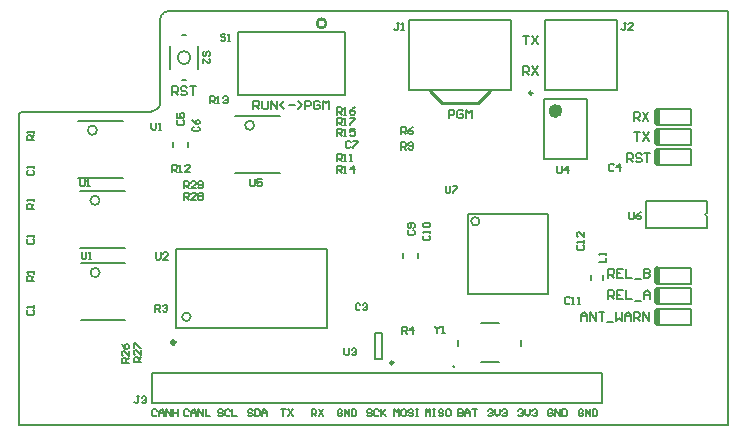
<source format=gto>
G04*
G04 #@! TF.GenerationSoftware,Altium Limited,Altium Designer,18.1.9 (240)*
G04*
G04 Layer_Color=65535*
%FSLAX44Y44*%
%MOMM*%
G71*
G01*
G75*
%ADD10C,0.2000*%
%ADD11C,0.3000*%
%ADD12C,0.1524*%
%ADD13C,0.0000*%
%ADD14C,0.2540*%
%ADD15C,0.2500*%
%ADD16C,0.6000*%
%ADD17C,0.2032*%
%ADD18C,0.5000*%
%ADD19C,0.1500*%
%ADD20C,0.1520*%
D10*
X145606Y91402D02*
G03*
X145606Y91402I-3605J0D01*
G01*
X583074Y179625D02*
G03*
X583074Y176375I0J-1625D01*
G01*
X145500Y310790D02*
G03*
X145500Y310790I-5500J0D01*
G01*
X113151Y43700D02*
X494151D01*
Y18300D02*
Y43700D01*
X113151Y18300D02*
X494151D01*
X113151D02*
Y43700D01*
X133000Y82152D02*
Y148652D01*
X261000D01*
Y82152D02*
Y148652D01*
X133000Y82152D02*
X261000D01*
X446024Y342972D02*
X506984D01*
Y283028D02*
Y342972D01*
X446024Y283028D02*
X506984D01*
X446024D02*
Y342972D01*
X583074Y179625D02*
Y189650D01*
Y166350D02*
Y176375D01*
X531074Y166350D02*
X583074D01*
X531074D02*
Y189650D01*
X583074D01*
X540510Y102216D02*
X569000D01*
Y115716D01*
X540510D02*
X569000D01*
X540510Y119488D02*
X569000D01*
Y132988D01*
X540510D02*
X569000D01*
X540510Y84436D02*
X569000D01*
Y97936D01*
X540510D02*
X569000D01*
X391160Y86090D02*
X406400D01*
X425450Y67040D02*
Y72120D01*
X391160Y53070D02*
X406400D01*
X372110Y67040D02*
Y72120D01*
X540512Y233272D02*
X569002D01*
Y219772D02*
Y233272D01*
X540512Y219772D02*
X569002D01*
X540512Y267278D02*
X569002D01*
Y253778D02*
Y267278D01*
X540512Y253778D02*
X569002D01*
X540512Y250275D02*
X569002D01*
Y236775D02*
Y250275D01*
X540512Y236775D02*
X569002D01*
X416814Y283028D02*
Y342972D01*
X330454D02*
X416814D01*
X330454Y283028D02*
Y342972D01*
Y283028D02*
X416814D01*
X185280Y278820D02*
Y332160D01*
X275958Y278820D02*
Y332160D01*
X185280D02*
X275958D01*
X185280Y278820D02*
X275958D01*
X484557Y122460D02*
Y126460D01*
X494557Y122460D02*
Y126460D01*
X130656Y234982D02*
Y238982D01*
X143156Y234982D02*
Y238982D01*
X338250Y141256D02*
Y145256D01*
X325750Y141256D02*
Y145256D01*
X301546Y55548D02*
X307546D01*
X301546Y77548D02*
X307546D01*
Y55548D02*
Y77548D01*
X301546Y55548D02*
Y77548D01*
X444542Y224690D02*
Y275690D01*
X481542Y224690D02*
Y275690D01*
X444542D02*
X481542D01*
X444542Y224690D02*
X481542D01*
X138250Y291540D02*
X141500D01*
X151500Y301290D02*
Y320290D01*
X138250Y330040D02*
X141500D01*
X128250Y301290D02*
Y320290D01*
X364000Y259332D02*
Y266829D01*
X367749D01*
X368998Y265580D01*
Y263081D01*
X367749Y261831D01*
X364000D01*
X376496Y265580D02*
X375246Y266829D01*
X372747D01*
X371498Y265580D01*
Y260581D01*
X372747Y259332D01*
X375246D01*
X376496Y260581D01*
Y263081D01*
X373997D01*
X378995Y259332D02*
Y266829D01*
X381494Y264330D01*
X383994Y266829D01*
Y259332D01*
X129926Y279000D02*
Y286498D01*
X133675D01*
X134924Y285248D01*
Y282749D01*
X133675Y281499D01*
X129926D01*
X132425D02*
X134924Y279000D01*
X142422Y285248D02*
X141172Y286498D01*
X138673D01*
X137423Y285248D01*
Y283998D01*
X138673Y282749D01*
X141172D01*
X142422Y281499D01*
Y280250D01*
X141172Y279000D01*
X138673D01*
X137423Y280250D01*
X144921Y286498D02*
X149920D01*
X147420D01*
Y279000D01*
X427000Y329498D02*
X431998D01*
X429499D01*
Y322000D01*
X434498Y329498D02*
X439496Y322000D01*
Y329498D02*
X434498Y322000D01*
X427000Y296000D02*
Y303498D01*
X430749D01*
X431998Y302248D01*
Y299749D01*
X430749Y298499D01*
X427000D01*
X429499D02*
X431998Y296000D01*
X434498Y303498D02*
X439496Y296000D01*
Y303498D02*
X434498Y296000D01*
X198651Y267000D02*
Y274498D01*
X202400D01*
X203650Y273248D01*
Y270749D01*
X202400Y269499D01*
X198651D01*
X201150D02*
X203650Y267000D01*
X206149Y274498D02*
Y268250D01*
X207398Y267000D01*
X209897D01*
X211147Y268250D01*
Y274498D01*
X213646Y267000D02*
Y274498D01*
X218645Y267000D01*
Y274498D01*
X224893Y267000D02*
X221144Y270749D01*
X224893Y274498D01*
X228641Y270749D02*
X233640D01*
X236139Y267000D02*
X239888Y270749D01*
X236139Y274498D01*
X242387Y267000D02*
Y274498D01*
X246136D01*
X247386Y273248D01*
Y270749D01*
X246136Y269499D01*
X242387D01*
X254883Y273248D02*
X253633Y274498D01*
X251134D01*
X249885Y273248D01*
Y268250D01*
X251134Y267000D01*
X253633D01*
X254883Y268250D01*
Y270749D01*
X252384D01*
X257382Y267000D02*
Y274498D01*
X259881Y271998D01*
X262381Y274498D01*
Y267000D01*
X499364Y124460D02*
Y131958D01*
X503113D01*
X504362Y130708D01*
Y128209D01*
X503113Y126959D01*
X499364D01*
X501863D02*
X504362Y124460D01*
X511860Y131958D02*
X506862D01*
Y124460D01*
X511860D01*
X506862Y128209D02*
X509361D01*
X514359Y131958D02*
Y124460D01*
X519358D01*
X521857Y123210D02*
X526855D01*
X529354Y131958D02*
Y124460D01*
X533103D01*
X534353Y125710D01*
Y126959D01*
X533103Y128209D01*
X529354D01*
X533103D01*
X534353Y129458D01*
Y130708D01*
X533103Y131958D01*
X529354D01*
X499364Y106172D02*
Y113670D01*
X503113D01*
X504362Y112420D01*
Y109921D01*
X503113Y108671D01*
X499364D01*
X501863D02*
X504362Y106172D01*
X511860Y113670D02*
X506862D01*
Y106172D01*
X511860D01*
X506862Y109921D02*
X509361D01*
X514359Y113670D02*
Y106172D01*
X519358D01*
X521857Y104922D02*
X526855D01*
X529354Y106172D02*
Y111170D01*
X531854Y113670D01*
X534353Y111170D01*
Y106172D01*
Y109921D01*
X529354D01*
X475996Y87884D02*
Y92882D01*
X478495Y95382D01*
X480994Y92882D01*
Y87884D01*
Y91633D01*
X475996D01*
X483494Y87884D02*
Y95382D01*
X488492Y87884D01*
Y95382D01*
X490991D02*
X495990D01*
X493490D01*
Y87884D01*
X498489Y86634D02*
X503487D01*
X505986Y95382D02*
Y87884D01*
X508486Y90383D01*
X510985Y87884D01*
Y95382D01*
X513484Y87884D02*
Y92882D01*
X515983Y95382D01*
X518482Y92882D01*
Y87884D01*
Y91633D01*
X513484D01*
X520982Y87884D02*
Y95382D01*
X524730D01*
X525980Y94132D01*
Y91633D01*
X524730Y90383D01*
X520982D01*
X523481D02*
X525980Y87884D01*
X528479D02*
Y95382D01*
X533478Y87884D01*
Y95382D01*
X520700Y257556D02*
Y265054D01*
X524449D01*
X525698Y263804D01*
Y261305D01*
X524449Y260055D01*
X520700D01*
X523199D02*
X525698Y257556D01*
X528198Y265054D02*
X533196Y257556D01*
Y265054D02*
X528198Y257556D01*
X520954Y247782D02*
X525952D01*
X523453D01*
Y240284D01*
X528452Y247782D02*
X533450Y240284D01*
Y247782D02*
X528452Y240284D01*
X514858Y222250D02*
Y229748D01*
X518607D01*
X519856Y228498D01*
Y225999D01*
X518607Y224749D01*
X514858D01*
X517357D02*
X519856Y222250D01*
X527354Y228498D02*
X526104Y229748D01*
X523605D01*
X522356Y228498D01*
Y227248D01*
X523605Y225999D01*
X526104D01*
X527354Y224749D01*
Y223500D01*
X526104Y222250D01*
X523605D01*
X522356Y223500D01*
X529853Y229748D02*
X534852D01*
X532352D01*
Y222250D01*
D11*
X132460Y69682D02*
G03*
X132460Y69682I-1500J0D01*
G01*
D12*
X199453Y253496D02*
G03*
X199453Y253496I-3877J0D01*
G01*
X390180Y172212D02*
G03*
X390180Y172212I-3592J0D01*
G01*
X68629Y128860D02*
G03*
X68629Y128860I-3877J0D01*
G01*
X68485Y189992D02*
G03*
X68485Y189992I-3877J0D01*
G01*
X66273Y249306D02*
G03*
X66273Y249306I-3877J0D01*
G01*
X380020Y178780D02*
X448020D01*
X380020Y110780D02*
Y178780D01*
Y110780D02*
X448020D01*
Y178780D01*
D13*
X369280Y49080D02*
G03*
X369280Y49080I-1000J0D01*
G01*
D14*
X260210Y339780D02*
G03*
X260210Y339780I-3810J0D01*
G01*
X388630Y272000D02*
X399030Y282700D01*
X358630Y272000D02*
X388630D01*
X348230Y282700D02*
X358630Y272000D01*
D15*
X317046Y52548D02*
G03*
X317046Y52548I-1250J0D01*
G01*
X434792Y280690D02*
G03*
X434792Y280690I-1250J0D01*
G01*
D16*
X457542Y265690D02*
G03*
X457542Y265690I-3000J0D01*
G01*
D17*
X188180Y213240D02*
X221180D01*
X183180D02*
X188180D01*
Y261240D02*
X221180D01*
X183180D02*
X188180D01*
X52356Y136604D02*
X57356D01*
X90356D01*
X52356Y88604D02*
X57356D01*
X90356D01*
X57212Y149736D02*
X90212D01*
X52212D02*
X57212D01*
Y197736D02*
X90212D01*
X52212D02*
X57212D01*
X55000Y209050D02*
X88000D01*
X50000D02*
X55000D01*
Y257050D02*
X88000D01*
X50000D02*
X55000D01*
D18*
X540760Y103696D02*
Y114196D01*
Y120968D02*
Y131468D01*
Y85916D02*
Y96416D01*
X540762Y221252D02*
Y231752D01*
Y255258D02*
Y265758D01*
Y238255D02*
Y248755D01*
D19*
X397282Y11998D02*
X398281Y12998D01*
X400281D01*
X401280Y11998D01*
Y10999D01*
X400281Y9999D01*
X399281D01*
X400281D01*
X401280Y8999D01*
Y8000D01*
X400281Y7000D01*
X398281D01*
X397282Y8000D01*
X403280Y12998D02*
Y8999D01*
X405279Y7000D01*
X407278Y8999D01*
Y12998D01*
X409278Y11998D02*
X410277Y12998D01*
X412277D01*
X413276Y11998D01*
Y10999D01*
X412277Y9999D01*
X411277D01*
X412277D01*
X413276Y8999D01*
Y8000D01*
X412277Y7000D01*
X410277D01*
X409278Y8000D01*
X451999Y11998D02*
X450999Y12998D01*
X449000D01*
X448000Y11998D01*
Y8000D01*
X449000Y7000D01*
X450999D01*
X451999Y8000D01*
Y9999D01*
X449999D01*
X453998Y7000D02*
Y12998D01*
X457997Y7000D01*
Y12998D01*
X459996D02*
Y7000D01*
X462995D01*
X463995Y8000D01*
Y11998D01*
X462995Y12998D01*
X459996D01*
X298999Y11998D02*
X297999Y12998D01*
X296000D01*
X295000Y11998D01*
Y10999D01*
X296000Y9999D01*
X297999D01*
X298999Y8999D01*
Y8000D01*
X297999Y7000D01*
X296000D01*
X295000Y8000D01*
X304997Y11998D02*
X303997Y12998D01*
X301998D01*
X300998Y11998D01*
Y8000D01*
X301998Y7000D01*
X303997D01*
X304997Y8000D01*
X306996Y12998D02*
Y7000D01*
Y8999D01*
X310995Y12998D01*
X307996Y9999D01*
X310995Y7000D01*
X116999Y11998D02*
X115999Y12998D01*
X114000D01*
X113000Y11998D01*
Y8000D01*
X114000Y7000D01*
X115999D01*
X116999Y8000D01*
X118998Y7000D02*
Y10999D01*
X120997Y12998D01*
X122997Y10999D01*
Y7000D01*
Y9999D01*
X118998D01*
X124996Y7000D02*
Y12998D01*
X128995Y7000D01*
Y12998D01*
X130994D02*
Y7000D01*
Y9999D01*
X134993D01*
Y12998D01*
Y7000D01*
X144207Y11998D02*
X143207Y12998D01*
X141208D01*
X140208Y11998D01*
Y8000D01*
X141208Y7000D01*
X143207D01*
X144207Y8000D01*
X146206Y7000D02*
Y10999D01*
X148205Y12998D01*
X150205Y10999D01*
Y7000D01*
Y9999D01*
X146206D01*
X152204Y7000D02*
Y12998D01*
X156203Y7000D01*
Y12998D01*
X158202D02*
Y7000D01*
X162201D01*
X222000Y12998D02*
X225999D01*
X223999D01*
Y7000D01*
X227998Y12998D02*
X231997Y7000D01*
Y12998D02*
X227998Y7000D01*
X197999Y11998D02*
X196999Y12998D01*
X195000D01*
X194000Y11998D01*
Y10999D01*
X195000Y9999D01*
X196999D01*
X197999Y8999D01*
Y8000D01*
X196999Y7000D01*
X195000D01*
X194000Y8000D01*
X199998Y12998D02*
Y7000D01*
X202997D01*
X203997Y8000D01*
Y11998D01*
X202997Y12998D01*
X199998D01*
X205996Y7000D02*
Y10999D01*
X207995Y12998D01*
X209995Y10999D01*
Y7000D01*
Y9999D01*
X205996D01*
X423000Y11998D02*
X424000Y12998D01*
X425999D01*
X426999Y11998D01*
Y10999D01*
X425999Y9999D01*
X424999D01*
X425999D01*
X426999Y8999D01*
Y8000D01*
X425999Y7000D01*
X424000D01*
X423000Y8000D01*
X428998Y12998D02*
Y8999D01*
X430997Y7000D01*
X432997Y8999D01*
Y12998D01*
X434996Y11998D02*
X435996Y12998D01*
X437995D01*
X438995Y11998D01*
Y10999D01*
X437995Y9999D01*
X436996D01*
X437995D01*
X438995Y8999D01*
Y8000D01*
X437995Y7000D01*
X435996D01*
X434996Y8000D01*
X172999Y11998D02*
X171999Y12998D01*
X170000D01*
X169000Y11998D01*
Y10999D01*
X170000Y9999D01*
X171999D01*
X172999Y8999D01*
Y8000D01*
X171999Y7000D01*
X170000D01*
X169000Y8000D01*
X178997Y11998D02*
X177997Y12998D01*
X175998D01*
X174998Y11998D01*
Y8000D01*
X175998Y7000D01*
X177997D01*
X178997Y8000D01*
X180996Y12998D02*
Y7000D01*
X184995D01*
X248000D02*
Y12998D01*
X250999D01*
X251999Y11998D01*
Y9999D01*
X250999Y8999D01*
X248000D01*
X249999D02*
X251999Y7000D01*
X253998Y12998D02*
X257997Y7000D01*
Y12998D02*
X253998Y7000D01*
X318000D02*
Y12998D01*
X319999Y10999D01*
X321999Y12998D01*
Y7000D01*
X326997Y12998D02*
X324998D01*
X323998Y11998D01*
Y8000D01*
X324998Y7000D01*
X326997D01*
X327997Y8000D01*
Y11998D01*
X326997Y12998D01*
X333995Y11998D02*
X332995Y12998D01*
X330996D01*
X329996Y11998D01*
Y10999D01*
X330996Y9999D01*
X332995D01*
X333995Y8999D01*
Y8000D01*
X332995Y7000D01*
X330996D01*
X329996Y8000D01*
X335994Y12998D02*
X337994D01*
X336994D01*
Y7000D01*
X335994D01*
X337994D01*
X344678D02*
Y12998D01*
X346677Y10999D01*
X348677Y12998D01*
Y7000D01*
X350676Y12998D02*
X352675D01*
X351676D01*
Y7000D01*
X350676D01*
X352675D01*
X359673Y11998D02*
X358674Y12998D01*
X356674D01*
X355674Y11998D01*
Y10999D01*
X356674Y9999D01*
X358674D01*
X359673Y8999D01*
Y8000D01*
X358674Y7000D01*
X356674D01*
X355674Y8000D01*
X364672Y12998D02*
X362672D01*
X361673Y11998D01*
Y8000D01*
X362672Y7000D01*
X364672D01*
X365671Y8000D01*
Y11998D01*
X364672Y12998D01*
X273999Y11998D02*
X272999Y12998D01*
X271000D01*
X270000Y11998D01*
Y8000D01*
X271000Y7000D01*
X272999D01*
X273999Y8000D01*
Y9999D01*
X271999D01*
X275998Y7000D02*
Y12998D01*
X279997Y7000D01*
Y12998D01*
X281996D02*
Y7000D01*
X284995D01*
X285995Y8000D01*
Y11998D01*
X284995Y12998D01*
X281996D01*
X372000D02*
Y7000D01*
X374999D01*
X375999Y8000D01*
Y8999D01*
X374999Y9999D01*
X372000D01*
X374999D01*
X375999Y10999D01*
Y11998D01*
X374999Y12998D01*
X372000D01*
X377998Y7000D02*
Y10999D01*
X379997Y12998D01*
X381997Y10999D01*
Y7000D01*
Y9999D01*
X377998D01*
X383996Y12998D02*
X387995D01*
X385995D01*
Y7000D01*
X477999Y11998D02*
X476999Y12998D01*
X475000D01*
X474000Y11998D01*
Y8000D01*
X475000Y7000D01*
X476999D01*
X477999Y8000D01*
Y9999D01*
X475999D01*
X479998Y7000D02*
Y12998D01*
X483997Y7000D01*
Y12998D01*
X485996D02*
Y7000D01*
X488995D01*
X489995Y8000D01*
Y11998D01*
X488995Y12998D01*
X485996D01*
X101999Y23998D02*
X99999D01*
X100999D01*
Y19000D01*
X99999Y18000D01*
X99000D01*
X98000Y19000D01*
X103998Y22998D02*
X104998Y23998D01*
X106997D01*
X107997Y22998D01*
Y21999D01*
X106997Y20999D01*
X105997D01*
X106997D01*
X107997Y19999D01*
Y19000D01*
X106997Y18000D01*
X104998D01*
X103998Y19000D01*
X8002Y156999D02*
X7002Y155999D01*
Y154000D01*
X8002Y153000D01*
X12000D01*
X13000Y154000D01*
Y155999D01*
X12000Y156999D01*
X13000Y158998D02*
Y160997D01*
Y159998D01*
X7002D01*
X8002Y158998D01*
X514285Y340080D02*
X512285D01*
X513285D01*
Y335082D01*
X512285Y334082D01*
X511286D01*
X510286Y335082D01*
X520283Y334082D02*
X516284D01*
X520283Y338081D01*
Y339080D01*
X519283Y340080D01*
X517284D01*
X516284Y339080D01*
X196000Y207738D02*
Y202740D01*
X197000Y201740D01*
X198999D01*
X199999Y202740D01*
Y207738D01*
X205997D02*
X201998D01*
Y204739D01*
X203997Y205739D01*
X204997D01*
X205997Y204739D01*
Y202740D01*
X204997Y201740D01*
X202998D01*
X201998Y202740D01*
X517000Y179998D02*
Y175000D01*
X518000Y174000D01*
X519999D01*
X520999Y175000D01*
Y179998D01*
X526997D02*
X524997Y178998D01*
X522998Y176999D01*
Y175000D01*
X523998Y174000D01*
X525997D01*
X526997Y175000D01*
Y175999D01*
X525997Y176999D01*
X522998D01*
X116228Y145832D02*
Y140834D01*
X117228Y139834D01*
X119227D01*
X120227Y140834D01*
Y145832D01*
X126225Y139834D02*
X122226D01*
X126225Y143833D01*
Y144832D01*
X125225Y145832D01*
X123226D01*
X122226Y144832D01*
X174999Y329998D02*
X173999Y330998D01*
X172000D01*
X171000Y329998D01*
Y328999D01*
X172000Y327999D01*
X173999D01*
X174999Y326999D01*
Y326000D01*
X173999Y325000D01*
X172000D01*
X171000Y326000D01*
X176998Y325000D02*
X178997D01*
X177998D01*
Y330998D01*
X176998Y329998D01*
X321999Y339998D02*
X319999D01*
X320999D01*
Y335000D01*
X319999Y334000D01*
X319000D01*
X318000Y335000D01*
X323998Y334000D02*
X325997D01*
X324998D01*
Y339998D01*
X323998Y338998D01*
X352552Y83960D02*
Y82960D01*
X354551Y80961D01*
X356551Y82960D01*
Y83960D01*
X354551Y80961D02*
Y77962D01*
X358550D02*
X360549D01*
X359550D01*
Y83960D01*
X358550Y82960D01*
X361442Y201832D02*
Y196834D01*
X362442Y195834D01*
X364441D01*
X365441Y196834D01*
Y201832D01*
X367440D02*
X371439D01*
Y200832D01*
X367440Y196834D01*
Y195834D01*
X269526Y253570D02*
Y259568D01*
X272525D01*
X273525Y258568D01*
Y256569D01*
X272525Y255569D01*
X269526D01*
X271525D02*
X273525Y253570D01*
X275524D02*
X277523D01*
X276524D01*
Y259568D01*
X275524Y258568D01*
X280522Y259568D02*
X284521D01*
Y258568D01*
X280522Y254570D01*
Y253570D01*
X269526Y262601D02*
Y268599D01*
X272525D01*
X273525Y267599D01*
Y265600D01*
X272525Y264600D01*
X269526D01*
X271525D02*
X273525Y262601D01*
X275524D02*
X277523D01*
X276524D01*
Y268599D01*
X275524Y267599D01*
X284521Y268599D02*
X282522Y267599D01*
X280522Y265600D01*
Y263601D01*
X281522Y262601D01*
X283521D01*
X284521Y263601D01*
Y264600D01*
X283521Y265600D01*
X280522D01*
X269526Y244680D02*
Y250678D01*
X272525D01*
X273525Y249678D01*
Y247679D01*
X272525Y246679D01*
X269526D01*
X271525D02*
X273525Y244680D01*
X275524D02*
X277523D01*
X276524D01*
Y250678D01*
X275524Y249678D01*
X284521Y250678D02*
X280522D01*
Y247679D01*
X282522Y248679D01*
X283521D01*
X284521Y247679D01*
Y245680D01*
X283521Y244680D01*
X281522D01*
X280522Y245680D01*
X269526Y213315D02*
Y219313D01*
X272525D01*
X273525Y218313D01*
Y216314D01*
X272525Y215314D01*
X269526D01*
X271525D02*
X273525Y213315D01*
X275524D02*
X277523D01*
X276524D01*
Y219313D01*
X275524Y218313D01*
X283521Y213315D02*
Y219313D01*
X280522Y216314D01*
X284521D01*
X162000Y272000D02*
Y277998D01*
X164999D01*
X165999Y276998D01*
Y274999D01*
X164999Y273999D01*
X162000D01*
X163999D02*
X165999Y272000D01*
X167998D02*
X169997D01*
X168998D01*
Y277998D01*
X167998Y276998D01*
X172996D02*
X173996Y277998D01*
X175996D01*
X176995Y276998D01*
Y275999D01*
X175996Y274999D01*
X174996D01*
X175996D01*
X176995Y273999D01*
Y273000D01*
X175996Y272000D01*
X173996D01*
X172996Y273000D01*
X129926Y214000D02*
Y219998D01*
X132925D01*
X133925Y218998D01*
Y216999D01*
X132925Y215999D01*
X129926D01*
X131925D02*
X133925Y214000D01*
X135924D02*
X137923D01*
X136924D01*
Y219998D01*
X135924Y218998D01*
X144921Y214000D02*
X140922D01*
X144921Y217999D01*
Y218998D01*
X143921Y219998D01*
X141922D01*
X140922Y218998D01*
X269526Y223000D02*
Y228998D01*
X272525D01*
X273525Y227998D01*
Y225999D01*
X272525Y224999D01*
X269526D01*
X271525D02*
X273525Y223000D01*
X275524D02*
X277523D01*
X276524D01*
Y228998D01*
X275524Y227998D01*
X280522Y223000D02*
X282522D01*
X281522D01*
Y228998D01*
X280522Y227998D01*
X491334Y137414D02*
X497332D01*
Y141413D01*
Y143412D02*
Y145411D01*
Y144412D01*
X491334D01*
X492334Y143412D01*
X473792Y151999D02*
X472792Y150999D01*
Y149000D01*
X473792Y148000D01*
X477790D01*
X478790Y149000D01*
Y150999D01*
X477790Y151999D01*
X478790Y153998D02*
Y155997D01*
Y154998D01*
X472792D01*
X473792Y153998D01*
X478790Y162995D02*
Y158996D01*
X474791Y162995D01*
X473792D01*
X472792Y161996D01*
Y159996D01*
X473792Y158996D01*
X466533Y107360D02*
X465533Y108360D01*
X463534D01*
X462534Y107360D01*
Y103362D01*
X463534Y102362D01*
X465533D01*
X466533Y103362D01*
X468532Y102362D02*
X470531D01*
X469532D01*
Y108360D01*
X468532Y107360D01*
X473530Y102362D02*
X475530D01*
X474530D01*
Y108360D01*
X473530Y107360D01*
X343236Y159999D02*
X342236Y158999D01*
Y157000D01*
X343236Y156000D01*
X347234D01*
X348234Y157000D01*
Y158999D01*
X347234Y159999D01*
X348234Y161998D02*
Y163997D01*
Y162998D01*
X342236D01*
X343236Y161998D01*
Y166996D02*
X342236Y167996D01*
Y169995D01*
X343236Y170995D01*
X347234D01*
X348234Y169995D01*
Y167996D01*
X347234Y166996D01*
X343236D01*
X330262Y164745D02*
X329262Y163745D01*
Y161746D01*
X330262Y160746D01*
X334260D01*
X335260Y161746D01*
Y163745D01*
X334260Y164745D01*
Y166744D02*
X335260Y167744D01*
Y169743D01*
X334260Y170743D01*
X330262D01*
X329262Y169743D01*
Y167744D01*
X330262Y166744D01*
X331261D01*
X332261Y167744D01*
Y170743D01*
X280999Y238998D02*
X279999Y239998D01*
X278000D01*
X277000Y238998D01*
Y235000D01*
X278000Y234000D01*
X279999D01*
X280999Y235000D01*
X282998Y239998D02*
X286997D01*
Y238998D01*
X282998Y235000D01*
Y234000D01*
X148164Y252411D02*
X147164Y251411D01*
Y249412D01*
X148164Y248412D01*
X152162D01*
X153162Y249412D01*
Y251411D01*
X152162Y252411D01*
X147164Y258409D02*
X148164Y256409D01*
X150163Y254410D01*
X152162D01*
X153162Y255410D01*
Y257409D01*
X152162Y258409D01*
X151163D01*
X150163Y257409D01*
Y254410D01*
X135210Y257807D02*
X134210Y256807D01*
Y254808D01*
X135210Y253808D01*
X139208D01*
X140208Y254808D01*
Y256807D01*
X139208Y257807D01*
X134210Y263805D02*
Y259806D01*
X137209D01*
X136209Y261805D01*
Y262805D01*
X137209Y263805D01*
X139208D01*
X140208Y262805D01*
Y260806D01*
X139208Y259806D01*
X503999Y219998D02*
X502999Y220998D01*
X501000D01*
X500000Y219998D01*
Y216000D01*
X501000Y215000D01*
X502999D01*
X503999Y216000D01*
X508997Y215000D02*
Y220998D01*
X505998Y217999D01*
X509997D01*
X53340Y146206D02*
Y141208D01*
X54340Y140208D01*
X56339D01*
X57339Y141208D01*
Y146206D01*
X59338Y140208D02*
X61337D01*
X60338D01*
Y146206D01*
X59338Y145206D01*
X8002Y215327D02*
X7002Y214327D01*
Y212328D01*
X8002Y211328D01*
X12000D01*
X13000Y212328D01*
Y214327D01*
X12000Y215327D01*
X13000Y217326D02*
Y219325D01*
Y218326D01*
X7002D01*
X8002Y217326D01*
X275844Y64672D02*
Y59674D01*
X276844Y58674D01*
X278843D01*
X279843Y59674D01*
Y64672D01*
X281842Y63672D02*
X282842Y64672D01*
X284841D01*
X285841Y63672D01*
Y62673D01*
X284841Y61673D01*
X283841D01*
X284841D01*
X285841Y60673D01*
Y59674D01*
X284841Y58674D01*
X282842D01*
X281842Y59674D01*
X324000Y233000D02*
Y238998D01*
X326999D01*
X327999Y237998D01*
Y235999D01*
X326999Y234999D01*
X324000D01*
X325999D02*
X327999Y233000D01*
X329998Y234000D02*
X330998Y233000D01*
X332997D01*
X333997Y234000D01*
Y237998D01*
X332997Y238998D01*
X330998D01*
X329998Y237998D01*
Y236999D01*
X330998Y235999D01*
X333997D01*
X324000Y246000D02*
Y251998D01*
X326999D01*
X327999Y250998D01*
Y248999D01*
X326999Y247999D01*
X324000D01*
X325999D02*
X327999Y246000D01*
X333997Y251998D02*
X331997Y250998D01*
X329998Y248999D01*
Y247000D01*
X330998Y246000D01*
X332997D01*
X333997Y247000D01*
Y247999D01*
X332997Y248999D01*
X329998D01*
X140000Y200000D02*
Y205998D01*
X142999D01*
X143999Y204998D01*
Y202999D01*
X142999Y201999D01*
X140000D01*
X141999D02*
X143999Y200000D01*
X149997D02*
X145998D01*
X149997Y203999D01*
Y204998D01*
X148997Y205998D01*
X146998D01*
X145998Y204998D01*
X151996Y201000D02*
X152996Y200000D01*
X154995D01*
X155995Y201000D01*
Y204998D01*
X154995Y205998D01*
X152996D01*
X151996Y204998D01*
Y203999D01*
X152996Y202999D01*
X155995D01*
X140068Y190500D02*
Y196498D01*
X143067D01*
X144067Y195498D01*
Y193499D01*
X143067Y192499D01*
X140068D01*
X142067D02*
X144067Y190500D01*
X150065D02*
X146066D01*
X150065Y194499D01*
Y195498D01*
X149065Y196498D01*
X147066D01*
X146066Y195498D01*
X152064D02*
X153064Y196498D01*
X155063D01*
X156063Y195498D01*
Y194499D01*
X155063Y193499D01*
X156063Y192499D01*
Y191500D01*
X155063Y190500D01*
X153064D01*
X152064Y191500D01*
Y192499D01*
X153064Y193499D01*
X152064Y194499D01*
Y195498D01*
X153064Y193499D02*
X155063D01*
X324692Y76962D02*
Y82960D01*
X327691D01*
X328691Y81960D01*
Y79961D01*
X327691Y78961D01*
X324692D01*
X326691D02*
X328691Y76962D01*
X333689D02*
Y82960D01*
X330690Y79961D01*
X334689D01*
X115824Y95758D02*
Y101756D01*
X118823D01*
X119823Y100756D01*
Y98757D01*
X118823Y97757D01*
X115824D01*
X117823D02*
X119823Y95758D01*
X121822Y100756D02*
X122822Y101756D01*
X124821D01*
X125821Y100756D01*
Y99757D01*
X124821Y98757D01*
X123821D01*
X124821D01*
X125821Y97757D01*
Y96758D01*
X124821Y95758D01*
X122822D01*
X121822Y96758D01*
X289241Y101772D02*
X288241Y102772D01*
X286242D01*
X285242Y101772D01*
Y97774D01*
X286242Y96774D01*
X288241D01*
X289241Y97774D01*
X291240Y101772D02*
X292240Y102772D01*
X294239D01*
X295239Y101772D01*
Y100773D01*
X294239Y99773D01*
X293239D01*
X294239D01*
X295239Y98773D01*
Y97774D01*
X294239Y96774D01*
X292240D01*
X291240Y97774D01*
X13000Y241000D02*
X7002D01*
Y243999D01*
X8002Y244999D01*
X10001D01*
X11001Y243999D01*
Y241000D01*
Y242999D02*
X13000Y244999D01*
Y246998D02*
Y248997D01*
Y247998D01*
X7002D01*
X8002Y246998D01*
X456024Y219028D02*
Y214030D01*
X457024Y213030D01*
X459024D01*
X460023Y214030D01*
Y219028D01*
X465022Y213030D02*
Y219028D01*
X462023Y216029D01*
X466021D01*
X52000Y207738D02*
Y202740D01*
X53000Y201740D01*
X54999D01*
X55999Y202740D01*
Y207738D01*
X57998Y201740D02*
X59997D01*
X58998D01*
Y207738D01*
X57998Y206738D01*
X112390Y255844D02*
Y250846D01*
X113390Y249846D01*
X115389D01*
X116389Y250846D01*
Y255844D01*
X118388Y249846D02*
X120387D01*
X119388D01*
Y255844D01*
X118388Y254844D01*
X13000Y122000D02*
X7002D01*
Y124999D01*
X8002Y125999D01*
X10001D01*
X11001Y124999D01*
Y122000D01*
Y123999D02*
X13000Y125999D01*
Y127998D02*
Y129997D01*
Y128998D01*
X7002D01*
X8002Y127998D01*
X13000Y183000D02*
X7002D01*
Y185999D01*
X8002Y186999D01*
X10001D01*
X11001Y185999D01*
Y183000D01*
Y184999D02*
X13000Y186999D01*
Y188998D02*
Y190997D01*
Y189998D01*
X7002D01*
X8002Y188998D01*
Y96999D02*
X7002Y95999D01*
Y94000D01*
X8002Y93000D01*
X12000D01*
X13000Y94000D01*
Y95999D01*
X12000Y96999D01*
X13000Y98998D02*
Y100997D01*
Y99998D01*
X7002D01*
X8002Y98998D01*
X160998Y312001D02*
X161998Y313001D01*
Y315000D01*
X160998Y316000D01*
X159999D01*
X158999Y315000D01*
Y313001D01*
X157999Y312001D01*
X157000D01*
X156000Y313001D01*
Y315000D01*
X157000Y316000D01*
X156000Y306003D02*
Y310002D01*
X159999Y306003D01*
X160998D01*
X161998Y307003D01*
Y309002D01*
X160998Y310002D01*
X103501Y53001D02*
X97503D01*
Y56000D01*
X98502Y56999D01*
X100502D01*
X101501Y56000D01*
Y53001D01*
Y55000D02*
X103501Y56999D01*
Y62997D02*
Y58999D01*
X99502Y62997D01*
X98502D01*
X97503Y61998D01*
Y59998D01*
X98502Y58999D01*
X97503Y64997D02*
Y68995D01*
X98502D01*
X102501Y64997D01*
X103501D01*
X93094Y52376D02*
X87096D01*
Y55375D01*
X88096Y56375D01*
X90095D01*
X91095Y55375D01*
Y52376D01*
Y54375D02*
X93094Y56375D01*
Y62373D02*
Y58374D01*
X89095Y62373D01*
X88096D01*
X87096Y61373D01*
Y59374D01*
X88096Y58374D01*
X87096Y68371D02*
X88096Y66371D01*
X90095Y64372D01*
X92094D01*
X93094Y65372D01*
Y67371D01*
X92094Y68371D01*
X91095D01*
X90095Y67371D01*
Y64372D01*
D20*
X0Y0D02*
Y261586D01*
Y0D02*
X600202D01*
Y350012D01*
X129000D02*
X600202D01*
X126828Y350000D02*
X129000Y350012D01*
X126156Y350000D02*
X126828Y350000D01*
X124837Y349738D02*
X126156Y350000D01*
X123594Y349223D02*
X124837Y349738D01*
X122476Y348475D02*
X123594Y349223D01*
X122000Y348000D02*
X122476Y348475D01*
X121524Y347524D02*
X122000Y348000D01*
X120777Y346406D02*
X121524Y347524D01*
X120262Y345163D02*
X120777Y346406D01*
X120000Y343844D02*
X120262Y345163D01*
X120000Y343172D02*
Y343844D01*
X120000Y274828D02*
X120000Y343172D01*
X120000Y274828D02*
X120053Y273918D01*
X119892Y272102D02*
X120053Y273918D01*
X119380Y270353D02*
X119892Y272102D01*
X118536Y268738D02*
X119380Y270353D01*
X118000Y268000D02*
X118536Y268738D01*
X117184Y267300D02*
X118000Y268000D01*
X115368Y266155D02*
X117184Y267300D01*
X113363Y265387D02*
X115368Y266155D01*
X111246Y265024D02*
X113363Y265387D01*
X110172Y265000D02*
X111246Y265024D01*
X3414Y265000D02*
X110172D01*
X3078Y265000D02*
X3414Y265000D01*
X2418Y264869D02*
X3078Y265000D01*
X1797Y264611D02*
X2418Y264869D01*
X1238Y264238D02*
X1797Y264611D01*
X1000Y264000D02*
X1238Y264238D01*
X762Y263762D02*
X1000Y264000D01*
X389Y263203D02*
X762Y263762D01*
X131Y262582D02*
X389Y263203D01*
X0Y261922D02*
X131Y262582D01*
X0Y261586D02*
Y261922D01*
M02*

</source>
